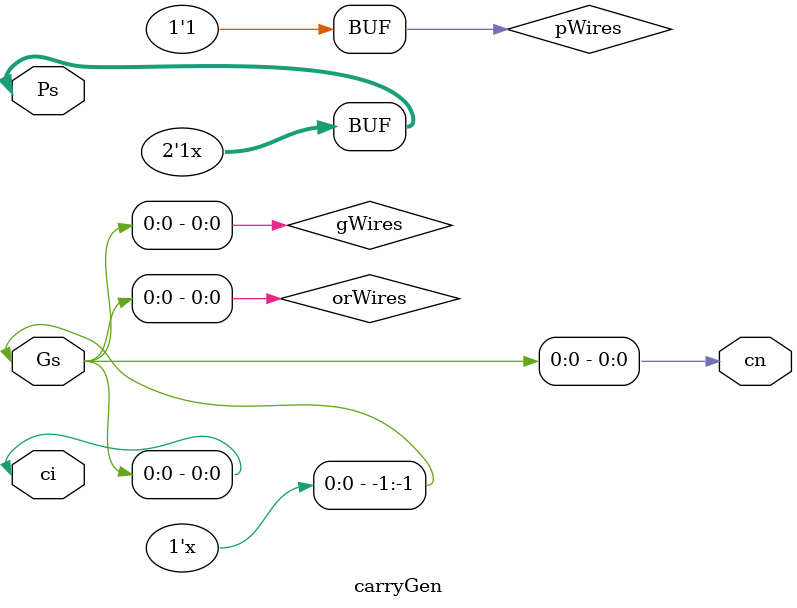
<source format=v>

module carryGen(ci, Ps, Gs, cn);

    parameter n=0;
    parameter delay = 10;

    input ci;
    input [n-1:0] Ps, Gs;

    output cn;

    wire [n*n:0] andWires;
    wire [n:0] orWires, gWires, pWires;

    assign gWires[0] = ci;
    assign pWires[n] = 1;

    assign Gs = gWires[n:1];
    assign Ps = pWires[n-1:0];

    // gate(output, inputs...)
    genvar i;
    generate
    for (i=0; i<=n; i=i+1) begin : AND
        and #delay and_i(orWires[i], gWires[i], pWires[n:i]);
    end
    endgenerate

    or  #delay or0 (cn, orWires[n:0]);

endmodule

</source>
